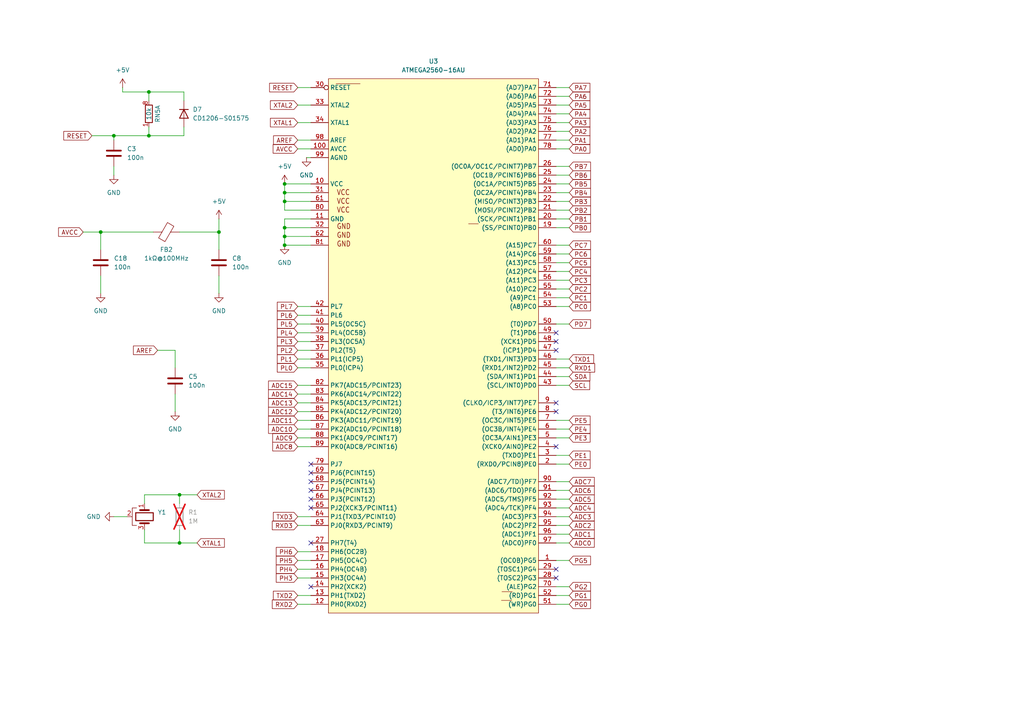
<source format=kicad_sch>
(kicad_sch (version 20231120) (generator "eeschema") (generator_version "8.0")
  (paper "A4")
  (title_block (title "Arduino Mega 2560 ATMEGA2560-16AU") (date "2024-05-31") (rev "1") (company "Carlos Sabogal"))
  (lib_symbols
    (symbol "Arduino Mega 2560:ATMEGA2560-16AU"
      (property "Reference" "U" (at 0 156.21 0))
      (property "Value" "ATMEGA2560-16AU" (at 0 -2.54 0))
      (symbol "ATMEGA2560-16AU_1_0"
        (polyline (pts (xy 2.2225 153.5113) (xy 9.2075 153.5113)) (stroke (width 0.127)))
        (polyline (pts (xy 40.64 112.8713) (xy 43.4975 112.8713)) (stroke (width 0.127)))
        (polyline (pts (xy 50.165 3.6512) (xy 53.1813 3.6512)) (stroke (width 0.127)))
        (polyline (pts (xy 50.3237 6.1912) (xy 53.34 6.1912)) (stroke (width 0.127)))
        (text "GND" (at 2.3813 106.2038 0) (effects (font (size 1.524 1.2954)) (justify left bottom)))
        (text "GND" (at 2.3813 108.7438 0) (effects (font (size 1.524 1.2954)) (justify left bottom)))
        (text "GND" (at 2.3813 111.2838 0) (effects (font (size 1.524 1.2954)) (justify left bottom)))
        (text "VCC" (at 2.3813 116.0463 0) (effects (font (size 1.524 1.2954)) (justify left bottom)))
        (text "VCC" (at 2.3813 118.5863 0) (effects (font (size 1.524 1.2954)) (justify left bottom)))
        (text "VCC" (at 2.3813 121.1263 0) (effects (font (size 1.524 1.2954)) (justify left bottom)))
        (pin bidirectional line (at 66.04 15.24 180) (length 5.08) (name "(OC0B)PG5") (number "1"))
        (pin power_in line (at -5.08 124.46 0) (length 5.08) (name "VCC") (number "10"))
        (pin power_in line (at -5.08 134.62 0) (length 5.08) (name "AVCC") (number "100"))
        (pin power_in line (at -5.08 114.3 0) (length 5.08) (name "GND") (number "11"))
        (pin bidirectional line (at -5.08 2.54 0) (length 5.08) (name "PH0(RXD2)") (number "12"))
        (pin bidirectional line (at -5.08 5.08 0) (length 5.08) (name "PH1(TXD2)") (number "13"))
        (pin bidirectional line (at -5.08 7.62 0) (length 5.08) (name "PH2(XCK2)") (number "14"))
        (pin bidirectional line (at -5.08 10.16 0) (length 5.08) (name "PH3(OC4A)") (number "15"))
        (pin bidirectional line (at -5.08 12.7 0) (length 5.08) (name "PH4(OC4B)") (number "16"))
        (pin bidirectional line (at -5.08 15.24 0) (length 5.08) (name "PH5(OC4C)") (number "17"))
        (pin bidirectional line (at -5.08 17.78 0) (length 5.08) (name "PH6(OC2B)") (number "18"))
        (pin bidirectional line (at 66.04 111.76 180) (length 5.08) (name "(SS/PCINT0)PB0") (number "19"))
        (pin bidirectional line (at 66.04 43.18 180) (length 5.08) (name "(RXD0/PCIN8)PE0") (number "2"))
        (pin bidirectional line (at 66.04 114.3 180) (length 5.08) (name "(SCK/PCINT1)PB1") (number "20"))
        (pin bidirectional line (at 66.04 116.84 180) (length 5.08) (name "(MOSI/PCINT2)PB2") (number "21"))
        (pin bidirectional line (at 66.04 119.38 180) (length 5.08) (name "(MISO/PCINT3)PB3") (number "22"))
        (pin bidirectional line (at 66.04 121.92 180) (length 5.08) (name "(OC2A/PCINT4)PB4") (number "23"))
        (pin bidirectional line (at 66.04 124.46 180) (length 5.08) (name "(OC1A/PCINT5)PB5") (number "24"))
        (pin bidirectional line (at 66.04 127 180) (length 5.08) (name "(OC1B/PCINT6)PB6") (number "25"))
        (pin bidirectional line (at 66.04 129.54 180) (length 5.08) (name "(OC0A/OC1C/PCINT7)PB7") (number "26"))
        (pin bidirectional line (at -5.08 20.32 0) (length 5.08) (name "PH7(T4)") (number "27"))
        (pin bidirectional line (at 66.04 10.16 180) (length 5.08) (name "(TOSC2)PG3") (number "28"))
        (pin bidirectional line (at 66.04 12.7 180) (length 5.08) (name "(TOSC1)PG4") (number "29"))
        (pin bidirectional line (at 66.04 45.72 180) (length 5.08) (name "(TXD0)PE1") (number "3"))
        (pin input inverted (at -5.08 152.4 0) (length 5.08) (name "RESET") (number "30"))
        (pin power_in line (at -5.08 121.92 0) (length 5.08) (name "VCC1") (number "31"))
        (pin power_in line (at -5.08 111.76 0) (length 5.08) (name "GND1") (number "32"))
        (pin output line (at -5.08 147.32 0) (length 5.08) (name "XTAL2") (number "33"))
        (pin input line (at -5.08 142.24 0) (length 5.08) (name "XTAL1") (number "34"))
        (pin bidirectional line (at -5.08 71.12 0) (length 5.08) (name "PL0(ICP4)") (number "35"))
        (pin bidirectional line (at -5.08 73.66 0) (length 5.08) (name "PL1(ICP5)") (number "36"))
        (pin bidirectional line (at -5.08 76.2 0) (length 5.08) (name "PL2(T5)") (number "37"))
        (pin bidirectional line (at -5.08 78.74 0) (length 5.08) (name "PL3(OC5A)") (number "38"))
        (pin bidirectional line (at -5.08 81.28 0) (length 5.08) (name "PL4(OC5B)") (number "39"))
        (pin bidirectional line (at 66.04 48.26 180) (length 5.08) (name "(XCK0/AIN0)PE2") (number "4"))
        (pin bidirectional line (at -5.08 83.82 0) (length 5.08) (name "PL5(OC5C)") (number "40"))
        (pin bidirectional line (at -5.08 86.36 0) (length 5.08) (name "PL6") (number "41"))
        (pin bidirectional line (at -5.08 88.9 0) (length 5.08) (name "PL7") (number "42"))
        (pin bidirectional line (at 66.04 66.04 180) (length 5.08) (name "(SCL/INT0)PD0") (number "43"))
        (pin bidirectional line (at 66.04 68.58 180) (length 5.08) (name "(SDA/INT1)PD1") (number "44"))
        (pin bidirectional line (at 66.04 71.12 180) (length 5.08) (name "(RXD1/INT2)PD2") (number "45"))
        (pin bidirectional line (at 66.04 73.66 180) (length 5.08) (name "(TXD1/INT3)PD3") (number "46"))
        (pin bidirectional line (at 66.04 76.2 180) (length 5.08) (name "(ICP1)PD4") (number "47"))
        (pin bidirectional line (at 66.04 78.74 180) (length 5.08) (name "(XCK1)PD5") (number "48"))
        (pin bidirectional line (at 66.04 81.28 180) (length 5.08) (name "(T1)PD6") (number "49"))
        (pin bidirectional line (at 66.04 50.8 180) (length 5.08) (name "(OC3A/AIN1)PE3") (number "5"))
        (pin bidirectional line (at 66.04 83.82 180) (length 5.08) (name "(T0)PD7") (number "50"))
        (pin bidirectional line (at 66.04 2.54 180) (length 5.08) (name "(WR)PG0") (number "51"))
        (pin bidirectional line (at 66.04 5.08 180) (length 5.08) (name "(RD)PG1") (number "52"))
        (pin bidirectional line (at 66.04 88.9 180) (length 5.08) (name "(A8)PC0") (number "53"))
        (pin bidirectional line (at 66.04 91.44 180) (length 5.08) (name "(A9)PC1") (number "54"))
        (pin bidirectional line (at 66.04 93.98 180) (length 5.08) (name "(A10)PC2") (number "55"))
        (pin bidirectional line (at 66.04 96.52 180) (length 5.08) (name "(A11)PC3") (number "56"))
        (pin bidirectional line (at 66.04 99.06 180) (length 5.08) (name "(A12)PC4") (number "57"))
        (pin bidirectional line (at 66.04 101.6 180) (length 5.08) (name "(A13)PC5") (number "58"))
        (pin bidirectional line (at 66.04 104.14 180) (length 5.08) (name "(A14)PC6") (number "59"))
        (pin bidirectional line (at 66.04 53.34 180) (length 5.08) (name "(OC3B/INT4)PE4") (number "6"))
        (pin bidirectional line (at 66.04 106.68 180) (length 5.08) (name "(A15)PC7") (number "60"))
        (pin power_in line (at -5.08 119.38 0) (length 5.08) (name "VCC2") (number "61"))
        (pin power_in line (at -5.08 109.22 0) (length 5.08) (name "GND2") (number "62"))
        (pin bidirectional line (at -5.08 25.4 0) (length 5.08) (name "PJ0(RXD3/PCINT9)") (number "63"))
        (pin bidirectional line (at -5.08 27.94 0) (length 5.08) (name "PJ1(TXD3/PCINT10)") (number "64"))
        (pin bidirectional line (at -5.08 30.48 0) (length 5.08) (name "PJ2(XCK3/PCINT11)") (number "65"))
        (pin bidirectional line (at -5.08 33.02 0) (length 5.08) (name "PJ3(PCINT12)") (number "66"))
        (pin bidirectional line (at -5.08 35.56 0) (length 5.08) (name "PJ4(PCINT13)") (number "67"))
        (pin bidirectional line (at -5.08 38.1 0) (length 5.08) (name "PJ5(PCINT14)") (number "68"))
        (pin bidirectional line (at -5.08 40.64 0) (length 5.08) (name "PJ6(PCINT15)") (number "69"))
        (pin bidirectional line (at 66.04 55.88 180) (length 5.08) (name "(OC3C/INT5)PE5") (number "7"))
        (pin bidirectional line (at 66.04 7.62 180) (length 5.08) (name "(ALE)PG2") (number "70"))
        (pin bidirectional line (at 66.04 152.4 180) (length 5.08) (name "(AD7)PA7") (number "71"))
        (pin bidirectional line (at 66.04 149.86 180) (length 5.08) (name "(AD6)PA6") (number "72"))
        (pin bidirectional line (at 66.04 147.32 180) (length 5.08) (name "(AD5)PA5") (number "73"))
        (pin bidirectional line (at 66.04 144.78 180) (length 5.08) (name "(AD4)PA4") (number "74"))
        (pin bidirectional line (at 66.04 142.24 180) (length 5.08) (name "(AD3)PA3") (number "75"))
        (pin bidirectional line (at 66.04 139.7 180) (length 5.08) (name "(AD2)PA2") (number "76"))
        (pin bidirectional line (at 66.04 137.16 180) (length 5.08) (name "(AD1)PA1") (number "77"))
        (pin bidirectional line (at 66.04 134.62 180) (length 5.08) (name "(AD0)PA0") (number "78"))
        (pin bidirectional line (at -5.08 43.18 0) (length 5.08) (name "PJ7") (number "79"))
        (pin bidirectional line (at 66.04 58.42 180) (length 5.08) (name "(T3/INT6)PE6") (number "8"))
        (pin power_in line (at -5.08 116.84 0) (length 5.08) (name "VCC3") (number "80"))
        (pin power_in line (at -5.08 106.68 0) (length 5.08) (name "GND3") (number "81"))
        (pin bidirectional line (at -5.08 66.04 0) (length 5.08) (name "PK7(ADC15/PCINT23)") (number "82"))
        (pin bidirectional line (at -5.08 63.5 0) (length 5.08) (name "PK6(ADC14/PCINT22)") (number "83"))
        (pin bidirectional line (at -5.08 60.96 0) (length 5.08) (name "PK5(ADC13/PCINT21)") (number "84"))
        (pin bidirectional line (at -5.08 58.42 0) (length 5.08) (name "PK4(ADC12/PCINT20)") (number "85"))
        (pin bidirectional line (at -5.08 55.88 0) (length 5.08) (name "PK3(ADC11/PCINT19)") (number "86"))
        (pin bidirectional line (at -5.08 53.34 0) (length 5.08) (name "PK2(ADC10/PCINT18)") (number "87"))
        (pin bidirectional line (at -5.08 50.8 0) (length 5.08) (name "PK1(ADC9/PCINT17)") (number "88"))
        (pin bidirectional line (at -5.08 48.26 0) (length 5.08) (name "PK0(ADC8/PCINT16)") (number "89"))
        (pin bidirectional line (at 66.04 60.96 180) (length 5.08) (name "(CLKO/ICP3/INT7)PE7") (number "9"))
        (pin bidirectional line (at 66.04 38.1 180) (length 5.08) (name "(ADC7/TDI)PF7") (number "90"))
        (pin bidirectional line (at 66.04 35.56 180) (length 5.08) (name "(ADC6/TDO)PF6") (number "91"))
        (pin bidirectional line (at 66.04 33.02 180) (length 5.08) (name "(ADC5/TMS)PF5") (number "92"))
        (pin bidirectional line (at 66.04 30.48 180) (length 5.08) (name "(ADC4/TCK)PF4") (number "93"))
        (pin bidirectional line (at 66.04 27.94 180) (length 5.08) (name "(ADC3)PF3") (number "94"))
        (pin bidirectional line (at 66.04 25.4 180) (length 5.08) (name "(ADC2)PF2") (number "95"))
        (pin bidirectional line (at 66.04 22.86 180) (length 5.08) (name "(ADC1)PF1") (number "96"))
        (pin bidirectional line (at 66.04 20.32 180) (length 5.08) (name "(ADC0)PF0") (number "97"))
        (pin bidirectional line (at -5.08 137.16 0) (length 5.08) (name "AREF") (number "98"))
        (pin power_in line (at -5.08 132.08 0) (length 5.08) (name "AGND") (number "99"))
      )
      (symbol "ATMEGA2560-16AU_1_1"
        (rectangle (start 0 154.94) (end 60.96 0) (fill (type background)))
      )
    )
    (symbol "Device:C" (pin_numbers hide) (pin_names (offset 0.254))
      (property "Reference" "C" (at 0.635 2.54 0))
      (property "Value" "C" (at 0.635 -2.54 0))
      (symbol "C_0_1"
        (polyline (pts (xy -2.032 -0.762) (xy 2.032 -0.762)) (stroke (width 0.508)))
        (polyline (pts (xy -2.032 0.762) (xy 2.032 0.762)) (stroke (width 0.508)))
      )
      (symbol "C_1_1"
        (pin passive line (at 0 3.81 270) (length 2.794) (name "~") (number "1"))
        (pin passive line (at 0 -3.81 90) (length 2.794) (name "~") (number "2"))
      )
    )
    (symbol "Device:Crystal_GND2" (pin_names (offset 1.016) hide)
      (property "Reference" "Y" (at 0 5.715 0))
      (property "Value" "Crystal_GND2" (at 0 3.81 0))
      (symbol "Crystal_GND2_0_1"
        (rectangle (start -1.143 2.54) (end 1.143 -2.54) (stroke (width 0.3048)))
        (polyline (pts (xy -2.54 0) (xy -1.905 0)))
        (polyline (pts (xy -1.905 -1.27) (xy -1.905 1.27)) (stroke (width 0.508)))
        (polyline (pts (xy 0 -3.81) (xy 0 -3.556)))
        (polyline (pts (xy 1.905 0) (xy 2.54 0)))
        (polyline (pts (xy 1.905 1.27) (xy 1.905 -1.27)) (stroke (width 0.508)))
        (polyline (pts (xy -2.54 -2.286) (xy -2.54 -3.556) (xy 2.54 -3.556) (xy 2.54 -2.286)))
      )
      (symbol "Crystal_GND2_1_1"
        (pin passive line (at -3.81 0 0) (length 1.27) (name "1") (number "1"))
        (pin passive line (at 0 -5.08 90) (length 1.27) (name "2") (number "2"))
        (pin passive line (at 3.81 0 180) (length 1.27) (name "3") (number "3"))
      )
    )
    (symbol "Device:D" (pin_numbers hide) (pin_names (offset 1.016) hide)
      (property "Reference" "D" (at 0 2.54 0))
      (property "Value" "D" (at 0 -2.54 0))
      (symbol "D_0_1"
        (polyline (pts (xy -1.27 1.27) (xy -1.27 -1.27)) (stroke (width 0.254)))
        (polyline (pts (xy 1.27 0) (xy -1.27 0)))
        (polyline (pts (xy 1.27 1.27) (xy 1.27 -1.27) (xy -1.27 0) (xy 1.27 1.27)) (stroke (width 0.254)))
      )
      (symbol "D_1_1"
        (pin passive line (at -3.81 0 0) (length 2.54) (name "K") (number "1"))
        (pin passive line (at 3.81 0 180) (length 2.54) (name "A") (number "2"))
      )
    )
    (symbol "Device:FerriteBead" (pin_numbers hide) (pin_names (offset 0))
      (property "Reference" "FB" (at -3.81 0.635 90))
      (property "Value" "FerriteBead" (at 3.81 0 90))
      (symbol "FerriteBead_0_1"
        (polyline (pts (xy 0 -1.27) (xy 0 -1.2192)))
        (polyline (pts (xy 0 1.27) (xy 0 1.2954)))
        (polyline (pts (xy -2.7686 0.4064) (xy -1.7018 2.2606) (xy 2.7686 -0.3048) (xy 1.6764 -2.159) (xy -2.7686 0.4064)))
      )
      (symbol "FerriteBead_1_1"
        (pin passive line (at 0 3.81 270) (length 2.54) (name "~") (number "1"))
        (pin passive line (at 0 -3.81 90) (length 2.54) (name "~") (number "2"))
      )
    )
    (symbol "Device:R" (pin_numbers hide) (pin_names (offset 0))
      (property "Reference" "R" (at 2.032 0 90))
      (property "Value" "R" (at 0 0 90))
      (symbol "R_0_1"
        (rectangle (start -1.016 -2.54) (end 1.016 2.54) (stroke (width 0.254)))
      )
      (symbol "R_1_1"
        (pin passive line (at 0 3.81 270) (length 1.27) (name "~") (number "1"))
        (pin passive line (at 0 -3.81 90) (length 1.27) (name "~") (number "2"))
      )
    )
    (symbol "Device:R_Pack04_Split" (pin_names (offset 0) hide)
      (property "Reference" "RN" (at 2.032 0 90))
      (property "Value" "R_Pack04_Split" (at 0 0 90))
      (symbol "R_Pack04_Split_0_1"
        (rectangle (start 1.016 2.54) (end -1.016 -2.54) (stroke (width 0.254)))
      )
      (symbol "R_Pack04_Split_1_1"
        (pin passive line (at 0 -3.81 90) (length 1.27) (name "R1.1") (number "1"))
        (pin passive line (at 0 3.81 270) (length 1.27) (name "R1.2") (number "8"))
      )
      (symbol "R_Pack04_Split_2_1"
        (pin passive line (at 0 -3.81 90) (length 1.27) (name "R2.1") (number "2"))
        (pin passive line (at 0 3.81 270) (length 1.27) (name "R2.2") (number "7"))
      )
      (symbol "R_Pack04_Split_3_1"
        (pin passive line (at 0 -3.81 90) (length 1.27) (name "R3.1") (number "3"))
        (pin passive line (at 0 3.81 270) (length 1.27) (name "R3.2") (number "6"))
      )
      (symbol "R_Pack04_Split_4_1"
        (pin passive line (at 0 -3.81 90) (length 1.27) (name "R4.1") (number "4"))
        (pin passive line (at 0 3.81 270) (length 1.27) (name "R4.2") (number "5"))
      )
    )
    (symbol "power:+5V" (power) (pin_numbers hide) (pin_names (offset 0) hide)
      (property "Value" "+5V" (at 0 3.556 0))
      (symbol "+5V_0_1"
        (polyline (pts (xy -0.762 1.27) (xy 0 2.54)))
        (polyline (pts (xy 0 0) (xy 0 2.54)))
        (polyline (pts (xy 0 2.54) (xy 0.762 1.27)))
      )
      (symbol "+5V_1_1"
        (pin power_in line (at 0 0 90) (length 0) (name "~") (number "1"))
      )
    )
    (symbol "power:GND" (power) (pin_numbers hide) (pin_names (offset 0) hide)
      (property "Value" "GND" (at 0 -3.81 0))
      (symbol "GND_0_1"
        (polyline (pts (xy 0 0) (xy 0 -1.27) (xy 1.27 -1.27) (xy 0 -2.54) (xy -1.27 -1.27) (xy 0 -1.27)))
      )
      (symbol "GND_1_1"
        (pin power_in line (at 0 0 270) (length 0) (name "~") (number "1"))
      )
    )
  )
  (junction (at 82.55 68.58))
  (junction (at 82.55 53.34))
  (junction (at 52.07 143.51))
  (junction (at 43.18 39.37))
  (junction (at 33.02 39.37))
  (junction (at 29.21 67.31))
  (junction (at 82.55 58.42))
  (junction (at 43.18 26.67))
  (junction (at 52.07 157.48))
  (junction (at 82.55 71.12))
  (junction (at 63.5 67.31))
  (junction (at 82.55 55.88))
  (junction (at 82.55 66.04))
  (no_connect (at 90.17 134.62))
  (no_connect (at 161.29 116.84))
  (no_connect (at 161.29 119.38))
  (no_connect (at 161.29 129.54))
  (no_connect (at 161.29 96.52))
  (no_connect (at 90.17 157.48))
  (no_connect (at 90.17 142.24))
  (no_connect (at 90.17 144.78))
  (no_connect (at 90.17 147.32))
  (no_connect (at 90.17 170.18))
  (no_connect (at 161.29 165.1))
  (no_connect (at 161.29 99.06))
  (no_connect (at 161.29 101.6))
  (no_connect (at 161.29 167.64))
  (no_connect (at 90.17 139.7))
  (no_connect (at 90.17 137.16))
  (wire (pts (xy 53.34 29.21) (xy 53.34 26.67)))
  (wire (pts (xy 161.29 172.72) (xy 165.1 172.72)))
  (wire (pts (xy 161.29 142.24) (xy 165.1 142.24)))
  (wire (pts (xy 90.17 167.64) (xy 86.36 167.64)))
  (wire (pts (xy 90.17 152.4) (xy 86.36 152.4)))
  (wire (pts (xy 161.29 162.56) (xy 165.1 162.56)))
  (wire (pts (xy 52.07 157.48) (xy 41.91 157.48)))
  (wire (pts (xy 90.17 40.64) (xy 86.36 40.64)))
  (wire (pts (xy 161.29 50.8) (xy 165.1 50.8)))
  (wire (pts (xy 90.17 119.38) (xy 86.36 119.38)))
  (wire (pts (xy 82.55 60.96) (xy 82.55 58.42)))
  (wire (pts (xy 63.5 67.31) (xy 52.07 67.31)))
  (wire (pts (xy 90.17 127) (xy 86.36 127)))
  (wire (pts (xy 165.1 134.62) (xy 161.29 134.62)))
  (wire (pts (xy 161.29 88.9) (xy 165.1 88.9)))
  (wire (pts (xy 161.29 144.78) (xy 165.1 144.78)))
  (wire (pts (xy 161.29 33.02) (xy 165.1 33.02)))
  (wire (pts (xy 90.17 121.92) (xy 86.36 121.92)))
  (wire (pts (xy 90.17 129.54) (xy 86.36 129.54)))
  (wire (pts (xy 90.17 104.14) (xy 86.36 104.14)))
  (wire (pts (xy 50.8 106.68) (xy 50.8 101.6)))
  (wire (pts (xy 82.55 53.34) (xy 90.17 53.34)))
  (wire (pts (xy 43.18 26.67) (xy 35.56 26.67)))
  (wire (pts (xy 82.55 55.88) (xy 82.55 53.34)))
  (wire (pts (xy 161.29 83.82) (xy 165.1 83.82)))
  (wire (pts (xy 161.29 104.14) (xy 165.1 104.14)))
  (wire (pts (xy 161.29 157.48) (xy 165.1 157.48)))
  (wire (pts (xy 33.02 149.86) (xy 36.83 149.86)))
  (wire (pts (xy 90.17 149.86) (xy 86.36 149.86)))
  (wire (pts (xy 35.56 26.67) (xy 35.56 25.4)))
  (wire (pts (xy 90.17 114.3) (xy 86.36 114.3)))
  (wire (pts (xy 57.15 157.48) (xy 52.07 157.48)))
  (wire (pts (xy 161.29 139.7) (xy 165.1 139.7)))
  (wire (pts (xy 82.55 68.58) (xy 90.17 68.58)))
  (wire (pts (xy 90.17 30.48) (xy 86.36 30.48)))
  (wire (pts (xy 52.07 143.51) (xy 52.07 146.05)))
  (wire (pts (xy 161.29 147.32) (xy 165.1 147.32)))
  (wire (pts (xy 82.55 63.5) (xy 90.17 63.5)))
  (wire (pts (xy 161.29 63.5) (xy 165.1 63.5)))
  (wire (pts (xy 161.29 60.96) (xy 165.1 60.96)))
  (wire (pts (xy 161.29 76.2) (xy 165.1 76.2)))
  (wire (pts (xy 82.55 68.58) (xy 82.55 66.04)))
  (wire (pts (xy 90.17 106.68) (xy 86.36 106.68)))
  (wire (pts (xy 165.1 132.08) (xy 161.29 132.08)))
  (wire (pts (xy 33.02 39.37) (xy 33.02 40.64)))
  (wire (pts (xy 90.17 172.72) (xy 86.36 172.72)))
  (wire (pts (xy 53.34 26.67) (xy 43.18 26.67)))
  (wire (pts (xy 161.29 93.98) (xy 165.1 93.98)))
  (wire (pts (xy 90.17 160.02) (xy 86.36 160.02)))
  (wire (pts (xy 82.55 66.04) (xy 82.55 63.5)))
  (wire (pts (xy 57.15 143.51) (xy 52.07 143.51)))
  (wire (pts (xy 29.21 72.39) (xy 29.21 67.31)))
  (wire (pts (xy 161.29 149.86) (xy 165.1 149.86)))
  (wire (pts (xy 161.29 86.36) (xy 165.1 86.36)))
  (wire (pts (xy 90.17 101.6) (xy 86.36 101.6)))
  (wire (pts (xy 161.29 78.74) (xy 165.1 78.74)))
  (wire (pts (xy 161.29 152.4) (xy 165.1 152.4)))
  (wire (pts (xy 82.55 71.12) (xy 82.55 68.58)))
  (wire (pts (xy 90.17 162.56) (xy 86.36 162.56)))
  (wire (pts (xy 29.21 85.09) (xy 29.21 80.01)))
  (wire (pts (xy 161.29 175.26) (xy 165.1 175.26)))
  (wire (pts (xy 90.17 99.06) (xy 86.36 99.06)))
  (wire (pts (xy 161.29 48.26) (xy 165.1 48.26)))
  (wire (pts (xy 41.91 143.51) (xy 41.91 146.05)))
  (wire (pts (xy 52.07 143.51) (xy 41.91 143.51)))
  (wire (pts (xy 161.29 38.1) (xy 165.1 38.1)))
  (wire (pts (xy 165.1 124.46) (xy 161.29 124.46)))
  (wire (pts (xy 90.17 60.96) (xy 82.55 60.96)))
  (wire (pts (xy 161.29 66.04) (xy 165.1 66.04)))
  (wire (pts (xy 63.5 63.5) (xy 63.5 67.31)))
  (wire (pts (xy 161.29 30.48) (xy 165.1 30.48)))
  (wire (pts (xy 90.17 96.52) (xy 86.36 96.52)))
  (wire (pts (xy 161.29 106.68) (xy 165.1 106.68)))
  (wire (pts (xy 43.18 39.37) (xy 43.18 36.83)))
  (wire (pts (xy 82.55 58.42) (xy 90.17 58.42)))
  (wire (pts (xy 50.8 119.38) (xy 50.8 114.3)))
  (wire (pts (xy 33.02 39.37) (xy 43.18 39.37)))
  (wire (pts (xy 88.9 45.72) (xy 90.17 45.72)))
  (wire (pts (xy 165.1 127) (xy 161.29 127)))
  (wire (pts (xy 82.55 58.42) (xy 82.55 55.88)))
  (wire (pts (xy 50.8 101.6) (xy 45.72 101.6)))
  (wire (pts (xy 90.17 43.18) (xy 86.36 43.18)))
  (wire (pts (xy 29.21 67.31) (xy 24.13 67.31)))
  (wire (pts (xy 43.18 39.37) (xy 53.34 39.37)))
  (wire (pts (xy 44.45 67.31) (xy 29.21 67.31)))
  (wire (pts (xy 161.29 40.64) (xy 165.1 40.64)))
  (wire (pts (xy 161.29 109.22) (xy 165.1 109.22)))
  (wire (pts (xy 43.18 26.67) (xy 43.18 29.21)))
  (wire (pts (xy 165.1 121.92) (xy 161.29 121.92)))
  (wire (pts (xy 161.29 73.66) (xy 165.1 73.66)))
  (wire (pts (xy 161.29 154.94) (xy 165.1 154.94)))
  (wire (pts (xy 161.29 71.12) (xy 165.1 71.12)))
  (wire (pts (xy 53.34 39.37) (xy 53.34 36.83)))
  (wire (pts (xy 82.55 55.88) (xy 90.17 55.88)))
  (wire (pts (xy 63.5 72.39) (xy 63.5 67.31)))
  (wire (pts (xy 82.55 66.04) (xy 90.17 66.04)))
  (wire (pts (xy 161.29 35.56) (xy 165.1 35.56)))
  (wire (pts (xy 161.29 25.4) (xy 165.1 25.4)))
  (wire (pts (xy 90.17 116.84) (xy 86.36 116.84)))
  (wire (pts (xy 90.17 175.26) (xy 86.36 175.26)))
  (wire (pts (xy 90.17 93.98) (xy 86.36 93.98)))
  (wire (pts (xy 90.17 91.44) (xy 86.36 91.44)))
  (wire (pts (xy 90.17 111.76) (xy 86.36 111.76)))
  (wire (pts (xy 161.29 55.88) (xy 165.1 55.88)))
  (wire (pts (xy 161.29 58.42) (xy 165.1 58.42)))
  (wire (pts (xy 161.29 81.28) (xy 165.1 81.28)))
  (wire (pts (xy 161.29 53.34) (xy 165.1 53.34)))
  (wire (pts (xy 52.07 153.67) (xy 52.07 157.48)))
  (wire (pts (xy 26.67 39.37) (xy 33.02 39.37)))
  (wire (pts (xy 41.91 157.48) (xy 41.91 153.67)))
  (wire (pts (xy 90.17 88.9) (xy 86.36 88.9)))
  (wire (pts (xy 90.17 165.1) (xy 86.36 165.1)))
  (wire (pts (xy 90.17 35.56) (xy 86.36 35.56)))
  (wire (pts (xy 161.29 27.94) (xy 165.1 27.94)))
  (wire (pts (xy 161.29 43.18) (xy 165.1 43.18)))
  (wire (pts (xy 90.17 124.46) (xy 86.36 124.46)))
  (wire (pts (xy 90.17 71.12) (xy 82.55 71.12)))
  (wire (pts (xy 63.5 85.09) (xy 63.5 80.01)))
  (wire (pts (xy 161.29 170.18) (xy 165.1 170.18)))
  (wire (pts (xy 33.02 50.8) (xy 33.02 48.26)))
  (wire (pts (xy 161.29 111.76) (xy 165.1 111.76)))
  (wire (pts (xy 90.17 25.4) (xy 86.36 25.4)))
  (global_label "PC3" (shape input) (at 165.1 81.28 0) (property "Intersheetrefs" "${INTERSHEET_REFS}" (effects (hide yes))))
  (global_label "PE1" (shape input) (at 165.1 132.08 0) (property "Intersheetrefs" "${INTERSHEET_REFS}" (effects (hide yes))))
  (global_label "AREF" (shape input) (at 45.72 101.6 180) (property "Intersheetrefs" "${INTERSHEET_REFS}" (effects (hide yes))))
  (global_label "PL0" (shape input) (at 86.36 106.68 180) (property "Intersheetrefs" "${INTERSHEET_REFS}" (effects (hide yes))))
  (global_label "XTAL2" (shape input) (at 57.15 143.51 0) (property "Intersheetrefs" "${INTERSHEET_REFS}" (effects (hide yes))))
  (global_label "ADC15" (shape input) (at 86.36 111.76 180) (property "Intersheetrefs" "${INTERSHEET_REFS}" (effects (hide yes))))
  (global_label "TXD3" (shape input) (at 86.36 149.86 180) (property "Intersheetrefs" "${INTERSHEET_REFS}" (effects (hide yes))))
  (global_label "PC6" (shape input) (at 165.1 73.66 0) (property "Intersheetrefs" "${INTERSHEET_REFS}" (effects (hide yes))))
  (global_label "PC2" (shape input) (at 165.1 83.82 0) (property "Intersheetrefs" "${INTERSHEET_REFS}" (effects (hide yes))))
  (global_label "PG0" (shape input) (at 165.1 175.26 0) (property "Intersheetrefs" "${INTERSHEET_REFS}" (effects (hide yes))))
  (global_label "PE3" (shape input) (at 165.1 127 0) (property "Intersheetrefs" "${INTERSHEET_REFS}" (effects (hide yes))))
  (global_label "PE4" (shape input) (at 165.1 124.46 0) (property "Intersheetrefs" "${INTERSHEET_REFS}" (effects (hide yes))))
  (global_label "RXD2" (shape input) (at 86.36 175.26 180) (property "Intersheetrefs" "${INTERSHEET_REFS}" (effects (hide yes))))
  (global_label "ADC12" (shape input) (at 86.36 119.38 180) (property "Intersheetrefs" "${INTERSHEET_REFS}" (effects (hide yes))))
  (global_label "PA5" (shape input) (at 165.1 30.48 0) (property "Intersheetrefs" "${INTERSHEET_REFS}" (effects (hide yes))))
  (global_label "PL4" (shape input) (at 86.36 96.52 180) (property "Intersheetrefs" "${INTERSHEET_REFS}" (effects (hide yes))))
  (global_label "ADC6" (shape input) (at 165.1 142.24 0) (property "Intersheetrefs" "${INTERSHEET_REFS}" (effects (hide yes))))
  (global_label "PD7" (shape input) (at 165.1 93.98 0) (property "Intersheetrefs" "${INTERSHEET_REFS}" (effects (hide yes))))
  (global_label "TXD1" (shape input) (at 165.1 104.14 0) (property "Intersheetrefs" "${INTERSHEET_REFS}" (effects (hide yes))))
  (global_label "XTAL2" (shape input) (at 86.36 30.48 180) (property "Intersheetrefs" "${INTERSHEET_REFS}" (effects (hide yes))))
  (global_label "PL6" (shape input) (at 86.36 91.44 180) (property "Intersheetrefs" "${INTERSHEET_REFS}" (effects (hide yes))))
  (global_label "PE0" (shape input) (at 165.1 134.62 0) (property "Intersheetrefs" "${INTERSHEET_REFS}" (effects (hide yes))))
  (global_label "PB7" (shape input) (at 165.1 48.26 0) (property "Intersheetrefs" "${INTERSHEET_REFS}" (effects (hide yes))))
  (global_label "ADC11" (shape input) (at 86.36 121.92 180) (property "Intersheetrefs" "${INTERSHEET_REFS}" (effects (hide yes))))
  (global_label "TXD2" (shape input) (at 86.36 172.72 180) (property "Intersheetrefs" "${INTERSHEET_REFS}" (effects (hide yes))))
  (global_label "PA6" (shape input) (at 165.1 27.94 0) (property "Intersheetrefs" "${INTERSHEET_REFS}" (effects (hide yes))))
  (global_label "PC0" (shape input) (at 165.1 88.9 0) (property "Intersheetrefs" "${INTERSHEET_REFS}" (effects (hide yes))))
  (global_label "PC1" (shape input) (at 165.1 86.36 0) (property "Intersheetrefs" "${INTERSHEET_REFS}" (effects (hide yes))))
  (global_label "PC7" (shape input) (at 165.1 71.12 0) (property "Intersheetrefs" "${INTERSHEET_REFS}" (effects (hide yes))))
  (global_label "PH4" (shape input) (at 86.36 165.1 180) (property "Intersheetrefs" "${INTERSHEET_REFS}" (effects (hide yes))))
  (global_label "AREF" (shape input) (at 86.36 40.64 180) (property "Intersheetrefs" "${INTERSHEET_REFS}" (effects (hide yes))))
  (global_label "ADC3" (shape input) (at 165.1 149.86 0) (property "Intersheetrefs" "${INTERSHEET_REFS}" (effects (hide yes))))
  (global_label "PB4" (shape input) (at 165.1 55.88 0) (property "Intersheetrefs" "${INTERSHEET_REFS}" (effects (hide yes))))
  (global_label "XTAL1" (shape input) (at 86.36 35.56 180) (property "Intersheetrefs" "${INTERSHEET_REFS}" (effects (hide yes))))
  (global_label "PG2" (shape input) (at 165.1 170.18 0) (property "Intersheetrefs" "${INTERSHEET_REFS}" (effects (hide yes))))
  (global_label "PA3" (shape input) (at 165.1 35.56 0) (property "Intersheetrefs" "${INTERSHEET_REFS}" (effects (hide yes))))
  (global_label "ADC5" (shape input) (at 165.1 144.78 0) (property "Intersheetrefs" "${INTERSHEET_REFS}" (effects (hide yes))))
  (global_label "ADC7" (shape input) (at 165.1 139.7 0) (property "Intersheetrefs" "${INTERSHEET_REFS}" (effects (hide yes))))
  (global_label "ADC9" (shape input) (at 86.36 127 180) (property "Intersheetrefs" "${INTERSHEET_REFS}" (effects (hide yes))))
  (global_label "PB6" (shape input) (at 165.1 50.8 0) (property "Intersheetrefs" "${INTERSHEET_REFS}" (effects (hide yes))))
  (global_label "PC4" (shape input) (at 165.1 78.74 0) (property "Intersheetrefs" "${INTERSHEET_REFS}" (effects (hide yes))))
  (global_label "PL2" (shape input) (at 86.36 101.6 180) (property "Intersheetrefs" "${INTERSHEET_REFS}" (effects (hide yes))))
  (global_label "RXD3" (shape input) (at 86.36 152.4 180) (property "Intersheetrefs" "${INTERSHEET_REFS}" (effects (hide yes))))
  (global_label "ADC14" (shape input) (at 86.36 114.3 180) (property "Intersheetrefs" "${INTERSHEET_REFS}" (effects (hide yes))))
  (global_label "PA4" (shape input) (at 165.1 33.02 0) (property "Intersheetrefs" "${INTERSHEET_REFS}" (effects (hide yes))))
  (global_label "ADC0" (shape input) (at 165.1 157.48 0) (property "Intersheetrefs" "${INTERSHEET_REFS}" (effects (hide yes))))
  (global_label "ADC8" (shape input) (at 86.36 129.54 180) (property "Intersheetrefs" "${INTERSHEET_REFS}" (effects (hide yes))))
  (global_label "AVCC" (shape input) (at 24.13 67.31 180) (property "Intersheetrefs" "${INTERSHEET_REFS}" (effects (hide yes))))
  (global_label "PC5" (shape input) (at 165.1 76.2 0) (property "Intersheetrefs" "${INTERSHEET_REFS}" (effects (hide yes))))
  (global_label "ADC1" (shape input) (at 165.1 154.94 0) (property "Intersheetrefs" "${INTERSHEET_REFS}" (effects (hide yes))))
  (global_label "RESET" (shape input) (at 86.36 25.4 180) (property "Intersheetrefs" "${INTERSHEET_REFS}" (effects (hide yes))))
  (global_label "PA7" (shape input) (at 165.1 25.4 0) (property "Intersheetrefs" "${INTERSHEET_REFS}" (effects (hide yes))))
  (global_label "PH6" (shape input) (at 86.36 160.02 180) (property "Intersheetrefs" "${INTERSHEET_REFS}" (effects (hide yes))))
  (global_label "PL3" (shape input) (at 86.36 99.06 180) (property "Intersheetrefs" "${INTERSHEET_REFS}" (effects (hide yes))))
  (global_label "PL5" (shape input) (at 86.36 93.98 180) (property "Intersheetrefs" "${INTERSHEET_REFS}" (effects (hide yes))))
  (global_label "ADC10" (shape input) (at 86.36 124.46 180) (property "Intersheetrefs" "${INTERSHEET_REFS}" (effects (hide yes))))
  (global_label "PA2" (shape input) (at 165.1 38.1 0) (property "Intersheetrefs" "${INTERSHEET_REFS}" (effects (hide yes))))
  (global_label "PB3" (shape input) (at 165.1 58.42 0) (property "Intersheetrefs" "${INTERSHEET_REFS}" (effects (hide yes))))
  (global_label "ADC2" (shape input) (at 165.1 152.4 0) (property "Intersheetrefs" "${INTERSHEET_REFS}" (effects (hide yes))))
  (global_label "RXD1" (shape input) (at 165.1 106.68 0) (property "Intersheetrefs" "${INTERSHEET_REFS}" (effects (hide yes))))
  (global_label "PG5" (shape input) (at 165.1 162.56 0) (property "Intersheetrefs" "${INTERSHEET_REFS}" (effects (hide yes))))
  (global_label "PL1" (shape input) (at 86.36 104.14 180) (property "Intersheetrefs" "${INTERSHEET_REFS}" (effects (hide yes))))
  (global_label "SDA" (shape input) (at 165.1 109.22 0) (property "Intersheetrefs" "${INTERSHEET_REFS}" (effects (hide yes))))
  (global_label "PH3" (shape input) (at 86.36 167.64 180) (property "Intersheetrefs" "${INTERSHEET_REFS}" (effects (hide yes))))
  (global_label "PB0" (shape input) (at 165.1 66.04 0) (property "Intersheetrefs" "${INTERSHEET_REFS}" (effects (hide yes))))
  (global_label "PL7" (shape input) (at 86.36 88.9 180) (property "Intersheetrefs" "${INTERSHEET_REFS}" (effects (hide yes))))
  (global_label "AVCC" (shape input) (at 86.36 43.18 180) (property "Intersheetrefs" "${INTERSHEET_REFS}" (effects (hide yes))))
  (global_label "ADC13" (shape input) (at 86.36 116.84 180) (property "Intersheetrefs" "${INTERSHEET_REFS}" (effects (hide yes))))
  (global_label "PH5" (shape input) (at 86.36 162.56 180) (property "Intersheetrefs" "${INTERSHEET_REFS}" (effects (hide yes))))
  (global_label "PB5" (shape input) (at 165.1 53.34 0) (property "Intersheetrefs" "${INTERSHEET_REFS}" (effects (hide yes))))
  (global_label "PG1" (shape input) (at 165.1 172.72 0) (property "Intersheetrefs" "${INTERSHEET_REFS}" (effects (hide yes))))
  (global_label "RESET" (shape input) (at 26.67 39.37 180) (property "Intersheetrefs" "${INTERSHEET_REFS}" (effects (hide yes))))
  (global_label "PA1" (shape input) (at 165.1 40.64 0) (property "Intersheetrefs" "${INTERSHEET_REFS}" (effects (hide yes))))
  (global_label "ADC4" (shape input) (at 165.1 147.32 0) (property "Intersheetrefs" "${INTERSHEET_REFS}" (effects (hide yes))))
  (global_label "PB1" (shape input) (at 165.1 63.5 0) (property "Intersheetrefs" "${INTERSHEET_REFS}" (effects (hide yes))))
  (global_label "PA0" (shape input) (at 165.1 43.18 0) (property "Intersheetrefs" "${INTERSHEET_REFS}" (effects (hide yes))))
  (global_label "SCL" (shape input) (at 165.1 111.76 0) (property "Intersheetrefs" "${INTERSHEET_REFS}" (effects (hide yes))))
  (global_label "XTAL1" (shape input) (at 57.15 157.48 0) (property "Intersheetrefs" "${INTERSHEET_REFS}" (effects (hide yes))))
  (global_label "PE5" (shape input) (at 165.1 121.92 0) (property "Intersheetrefs" "${INTERSHEET_REFS}" (effects (hide yes))))
  (global_label "PB2" (shape input) (at 165.1 60.96 0) (property "Intersheetrefs" "${INTERSHEET_REFS}" (effects (hide yes))))
  (symbol (lib_id "power:GND") (at 50.8 119.38 0) (unit 1)
    (property "Reference" "#PWR047" (effects (hide yes)))
    (property "Value" "GND" (at 50.8 124.46 0))
    (property "Description" "Power symbol creates a global label with name \"GND\" , ground" (effects (hide yes)))
  )
  (symbol (lib_id "Device:FerriteBead") (at 48.26 67.31 90) (unit 1)
    (property "Reference" "FB2" (at 48.26 72.39 90))
    (property "Value" "1kΩ@100MHz" (at 48.26 74.93 90))
    (property "Footprint" "Inductor_SMD:L_0805_2012Metric" (effects (hide yes)))
    (property "Description" "Ferrite bead" (effects (hide yes)))
  )
  (symbol (lib_id "power:GND") (at 33.02 149.86 270) (unit 1)
    (property "Reference" "#PWR048" (effects (hide yes)))
    (property "Value" "GND" (at 29.21 149.8599 90) (effects (justify right)))
    (property "Description" "Power symbol creates a global label with name \"GND\" , ground" (effects (hide yes)))
  )
  (symbol (lib_id "Device:C") (at 63.5 76.2 0) (unit 1)
    (property "Reference" "C8" (at 67.31 74.9299 0) (effects (justify left)))
    (property "Value" "100n" (at 67.31 77.4699 0) (effects (justify left)))
    (property "Footprint" "Capacitor_SMD:C_0603_1608Metric" (effects (hide yes)))
    (property "Description" "Unpolarized capacitor" (effects (hide yes)))
  )
  (symbol (lib_id "power:+5V") (at 35.56 25.4 0) (unit 1)
    (property "Reference" "#PWR046" (effects (hide yes)))
    (property "Value" "+5V" (at 35.56 20.32 0))
    (property "Description" "Power symbol creates a global label with name \"+5V\"" (effects (hide yes)))
  )
  (symbol (lib_id "Arduino Mega 2560:ATMEGA2560-16AU") (at 95.25 177.8 0) (unit 1)
    (property "Reference" "U3" (at 125.73 17.78 0))
    (property "Value" "ATMEGA2560-16AU" (at 125.73 20.32 0))
    (property "Footprint" "Package_QFP:TQFP-100_14x14mm_P0.5mm" (effects (hide yes)))
    (property "Datasheet" "https://ww1.microchip.com/downloads/en/DeviceDoc/ATmega640-1280-1281-2560-2561-Datasheet-DS40002211A.pdf" (effects (hide yes)))
  )
  (symbol (lib_id "power:GND") (at 29.21 85.09 0) (unit 1)
    (property "Reference" "#PWR043" (effects (hide yes)))
    (property "Value" "GND" (at 29.21 90.17 0))
    (property "Description" "Power symbol creates a global label with name \"GND\" , ground" (effects (hide yes)))
  )
  (symbol (lib_id "Device:C") (at 33.02 44.45 0) (unit 1)
    (property "Reference" "C3" (at 36.83 43.1799 0) (effects (justify left)))
    (property "Value" "100n" (at 36.83 45.7199 0) (effects (justify left)))
    (property "Footprint" "Capacitor_SMD:C_0603_1608Metric" (effects (hide yes)))
    (property "Description" "Unpolarized capacitor" (effects (hide yes)))
  )
  (symbol (lib_id "Device:R_Pack04_Split") (at 43.18 33.02 0) (unit 1)
    (property "Reference" "RN5" (at 45.72 33.02 90))
    (property "Value" "10k" (at 43.18 33.02 90))
    (property "Footprint" "Resistor_SMD:R_Array_Convex_4x0612" (effects (hide yes)))
    (property "Description" "4 resistor network, parallel topology, split" (effects (hide yes)))
  )
  (symbol (lib_id "Device:C") (at 50.8 110.49 0) (unit 1)
    (property "Reference" "C5" (at 54.61 109.2199 0) (effects (justify left)))
    (property "Value" "100n" (at 54.61 111.7599 0) (effects (justify left)))
    (property "Footprint" "Capacitor_SMD:C_0603_1608Metric" (effects (hide yes)))
    (property "Description" "Unpolarized capacitor" (effects (hide yes)))
  )
  (symbol (lib_id "Device:C") (at 29.21 76.2 0) (unit 1)
    (property "Reference" "C18" (at 33.02 74.9299 0) (effects (justify left)))
    (property "Value" "100n" (at 33.02 77.4699 0) (effects (justify left)))
    (property "Footprint" "Capacitor_SMD:C_0603_1608Metric" (effects (hide yes)))
    (property "Description" "Unpolarized capacitor" (effects (hide yes)))
  )
  (symbol (lib_id "power:+5V") (at 63.5 63.5 0) (unit 1)
    (property "Reference" "#PWR042" (effects (hide yes)))
    (property "Value" "+5V" (at 63.5 58.42 0))
    (property "Description" "Power symbol creates a global label with name \"+5V\"" (effects (hide yes)))
  )
  (symbol (lib_id "Device:Crystal_GND2") (at 41.91 149.86 270) (unit 1)
    (property "Reference" "Y1" (at 45.72 148.5899 90) (effects (justify left)))
    (property "Value" "CSTNE16M0V530000R0" (effects (hide yes)))
    (property "Footprint" "Crystal:Resonator_SMD_Murata_CSTxExxV-3Pin_3.0x1.1mm" (effects (hide yes)))
    (property "Description" "Three pin crystal, GND on pin 2" (effects (hide yes)))
  )
  (symbol (lib_id "power:GND") (at 33.02 50.8 0) (unit 1)
    (property "Reference" "#PWR045" (effects (hide yes)))
    (property "Value" "GND" (at 33.02 55.88 0))
    (property "Description" "Power symbol creates a global label with name \"GND\" , ground" (effects (hide yes)))
  )
  (symbol (lib_id "power:GND") (at 88.9 45.72 0) (unit 1)
    (property "Reference" "#PWR041" (effects (hide yes)))
    (property "Value" "GND" (at 88.9 50.8 0))
    (property "Description" "Power symbol creates a global label with name \"GND\" , ground" (effects (hide yes)))
  )
  (symbol (lib_id "power:GND") (at 63.5 85.09 0) (unit 1)
    (property "Reference" "#PWR044" (effects (hide yes)))
    (property "Value" "GND" (at 63.5 90.17 0))
    (property "Description" "Power symbol creates a global label with name \"GND\" , ground" (effects (hide yes)))
  )
  (symbol (lib_id "power:GND") (at 82.55 71.12 0) (unit 1)
    (property "Reference" "#PWR040" (effects (hide yes)))
    (property "Value" "GND" (at 82.55 76.2 0))
    (property "Description" "Power symbol creates a global label with name \"GND\" , ground" (effects (hide yes)))
  )
  (symbol (lib_id "Device:R") (at 52.07 149.86 180) (unit 1) (dnp yes)
    (property "Reference" "R1" (at 54.61 148.5899 0) (effects (justify right)))
    (property "Value" "1M" (at 54.61 151.1299 0) (effects (justify right)))
    (property "Footprint" "Resistor_SMD:R_0603_1608Metric" (effects (hide yes)))
    (property "Description" "Resistor" (effects (hide yes)))
  )
  (symbol (lib_id "Device:D") (at 53.34 33.02 270) (unit 1)
    (property "Reference" "D7" (at 55.88 31.7499 90) (effects (justify left)))
    (property "Value" "CD1206-S01575" (at 55.88 34.2899 90) (effects (justify left)))
    (property "Footprint" "Diode_SMD:D_1206_3216Metric" (effects (hide yes)))
    (property "Description" "Diode" (effects (hide yes)))
    (property "Sim.Device" "D" (effects (hide yes)))
    (property "Sim.Pins" "1=K 2=A" (effects (hide yes)))
  )
  (symbol (lib_id "power:+5V") (at 82.55 53.34 0) (unit 1)
    (property "Reference" "#PWR039" (effects (hide yes)))
    (property "Value" "+5V" (at 82.55 48.26 0))
    (property "Description" "Power symbol creates a global label with name \"+5V\"" (effects (hide yes)))
  )
)
</source>
